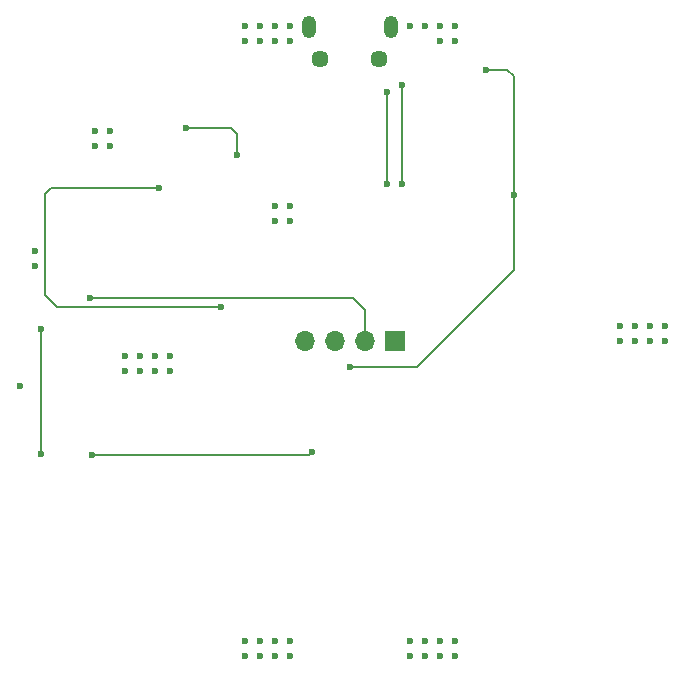
<source format=gbr>
%TF.GenerationSoftware,KiCad,Pcbnew,5.1.6-c6e7f7d~87~ubuntu20.04.1*%
%TF.CreationDate,2020-07-30T14:09:28+02:00*%
%TF.ProjectId,ESP8266-WS2812-Puck,45535038-3236-4362-9d57-53323831322d,rev?*%
%TF.SameCoordinates,Original*%
%TF.FileFunction,Copper,L2,Bot*%
%TF.FilePolarity,Positive*%
%FSLAX46Y46*%
G04 Gerber Fmt 4.6, Leading zero omitted, Abs format (unit mm)*
G04 Created by KiCad (PCBNEW 5.1.6-c6e7f7d~87~ubuntu20.04.1) date 2020-07-30 14:09:28*
%MOMM*%
%LPD*%
G01*
G04 APERTURE LIST*
%TA.AperFunction,ComponentPad*%
%ADD10C,1.450000*%
%TD*%
%TA.AperFunction,ComponentPad*%
%ADD11O,1.200000X1.900000*%
%TD*%
%TA.AperFunction,ComponentPad*%
%ADD12R,1.700000X1.700000*%
%TD*%
%TA.AperFunction,ComponentPad*%
%ADD13O,1.700000X1.700000*%
%TD*%
%TA.AperFunction,ViaPad*%
%ADD14C,0.600000*%
%TD*%
%TA.AperFunction,Conductor*%
%ADD15C,0.200000*%
%TD*%
G04 APERTURE END LIST*
D10*
%TO.P,J2,6*%
%TO.N,GND*%
X152360000Y-72582500D03*
X147360000Y-72582500D03*
D11*
X153360000Y-69882500D03*
X146360000Y-69882500D03*
%TD*%
D12*
%TO.P,J1,1*%
%TO.N,GND*%
X153670000Y-96520000D03*
D13*
%TO.P,J1,2*%
%TO.N,/GPIO13*%
X151130000Y-96520000D03*
%TO.P,J1,3*%
%TO.N,+5V*%
X148590000Y-96520000D03*
%TO.P,J1,4*%
%TO.N,GND*%
X146050000Y-96520000D03*
%TD*%
D14*
%TO.N,+5V*%
X163753000Y-84088000D03*
X163753000Y-84088000D03*
X161417000Y-73533000D03*
X149860000Y-98679000D03*
%TO.N,GND*%
X143510000Y-69850000D03*
X142240000Y-69850000D03*
X154940000Y-69850000D03*
X156210000Y-69850000D03*
X157480000Y-69850000D03*
X158750000Y-69850000D03*
X144780000Y-69850000D03*
X140970000Y-69850000D03*
X144780000Y-71120000D03*
X143510000Y-71120000D03*
X142240000Y-71120000D03*
X140970000Y-71120000D03*
X157480000Y-71120000D03*
X144780000Y-121920000D03*
X143510000Y-121920000D03*
X142240000Y-121920000D03*
X140970000Y-121920000D03*
X140970000Y-123190000D03*
X142240000Y-123190000D03*
X143510000Y-123190000D03*
X144780000Y-123190000D03*
X154940000Y-121920000D03*
X154940000Y-123190000D03*
X156210000Y-123190000D03*
X157480000Y-123190000D03*
X158750000Y-123190000D03*
X158750000Y-121920000D03*
X157480000Y-121920000D03*
X157480000Y-121920000D03*
X156210000Y-121920000D03*
X176530000Y-95250000D03*
X176530000Y-96520000D03*
X175260000Y-96520000D03*
X175260000Y-95250000D03*
X173990000Y-95250000D03*
X173990000Y-96520000D03*
X172720000Y-96520000D03*
X172720000Y-95250000D03*
X130810000Y-97790000D03*
X132080000Y-97790000D03*
X133350000Y-97790000D03*
X134620000Y-97790000D03*
X134620000Y-99060000D03*
X133350000Y-99060000D03*
X133350000Y-99060000D03*
X132080000Y-99060000D03*
X130810000Y-99060000D03*
X144780000Y-85090000D03*
X143510000Y-85090000D03*
X143510000Y-86360000D03*
X144780000Y-86360000D03*
X128270000Y-78740000D03*
X129540000Y-78740000D03*
X129540000Y-80010000D03*
X128270000Y-80010000D03*
X123190000Y-88900000D03*
X123190000Y-90170000D03*
X121920000Y-100330000D03*
X158750000Y-71120000D03*
%TO.N,+3V3*%
X123698000Y-106045000D03*
X123698000Y-95504000D03*
X128016000Y-106172000D03*
X146685000Y-105918000D03*
%TO.N,/GPIO13*%
X127889000Y-92837000D03*
%TO.N,/D_N*%
X154305000Y-74803000D03*
X154305000Y-83185000D03*
%TO.N,/D_P*%
X153035000Y-83185000D03*
X153035000Y-75438000D03*
%TO.N,/nRTS*%
X140335000Y-80772000D03*
X136017000Y-78486000D03*
%TO.N,/GPIO0*%
X133731000Y-83566000D03*
X138938000Y-93599000D03*
%TD*%
D15*
%TO.N,+5V*%
X161417000Y-73533000D02*
X163195000Y-73533000D01*
X163753000Y-74091000D02*
X163753000Y-84088000D01*
X163195000Y-73533000D02*
X163753000Y-74091000D01*
X149860000Y-98679000D02*
X155575000Y-98679000D01*
X163753000Y-90501000D02*
X163753000Y-84088000D01*
X155575000Y-98679000D02*
X163753000Y-90501000D01*
%TO.N,+3V3*%
X123698000Y-106045000D02*
X123698000Y-95504000D01*
X146431000Y-106172000D02*
X146685000Y-105918000D01*
X128016000Y-106172000D02*
X146431000Y-106172000D01*
%TO.N,/GPIO13*%
X127889000Y-92837000D02*
X150114000Y-92837000D01*
X151130000Y-93853000D02*
X151130000Y-96520000D01*
X150114000Y-92837000D02*
X151130000Y-93853000D01*
%TO.N,/D_N*%
X154305000Y-74803000D02*
X154305000Y-83185000D01*
%TO.N,/D_P*%
X153035000Y-83185000D02*
X153035000Y-75438000D01*
%TO.N,/nRTS*%
X140335000Y-80772000D02*
X140335000Y-78994000D01*
X140335000Y-78994000D02*
X139827000Y-78486000D01*
X139827000Y-78486000D02*
X136017000Y-78486000D01*
%TO.N,/GPIO0*%
X125349000Y-83566000D02*
X124587000Y-83566000D01*
X133731000Y-83566000D02*
X125349000Y-83566000D01*
X125349000Y-83566000D02*
X125222000Y-83566000D01*
X124587000Y-83566000D02*
X124079000Y-84074000D01*
X124079000Y-84074000D02*
X124079000Y-92583000D01*
X125095000Y-93599000D02*
X138938000Y-93599000D01*
X124079000Y-92583000D02*
X125095000Y-93599000D01*
%TD*%
M02*

</source>
